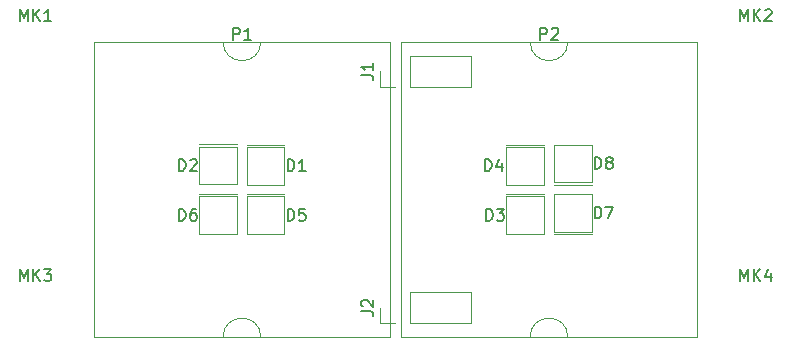
<source format=gto>
G04 #@! TF.GenerationSoftware,KiCad,Pcbnew,(5.1.0)-1*
G04 #@! TF.CreationDate,2019-09-12T18:25:11+05:30*
G04 #@! TF.ProjectId,SenseCam_SFH4715AS_rev1,53656e73-6543-4616-9d5f-534648343731,rev?*
G04 #@! TF.SameCoordinates,Original*
G04 #@! TF.FileFunction,Legend,Top*
G04 #@! TF.FilePolarity,Positive*
%FSLAX46Y46*%
G04 Gerber Fmt 4.6, Leading zero omitted, Abs format (unit mm)*
G04 Created by KiCad (PCBNEW (5.1.0)-1) date 2019-09-12 18:25:11*
%MOMM*%
%LPD*%
G04 APERTURE LIST*
%ADD10C,0.120000*%
%ADD11C,0.150000*%
G04 APERTURE END LIST*
D10*
X29900000Y-19200000D02*
X33100000Y-19200000D01*
X29900000Y-19400000D02*
X29900000Y-22600000D01*
X33100000Y-19400000D02*
X29900000Y-19400000D01*
X33100000Y-22600000D02*
X33100000Y-19400000D01*
X29900000Y-22600000D02*
X33100000Y-22600000D01*
X25900000Y-19175000D02*
X29100000Y-19175000D01*
X25900000Y-19375000D02*
X25900000Y-22575000D01*
X29100000Y-19375000D02*
X25900000Y-19375000D01*
X29100000Y-22575000D02*
X29100000Y-19375000D01*
X25900000Y-22575000D02*
X29100000Y-22575000D01*
X51900000Y-23400000D02*
X55100000Y-23400000D01*
X51900000Y-23600000D02*
X51900000Y-26800000D01*
X55100000Y-23600000D02*
X51900000Y-23600000D01*
X55100000Y-26800000D02*
X55100000Y-23600000D01*
X51900000Y-26800000D02*
X55100000Y-26800000D01*
X51900000Y-19200000D02*
X55100000Y-19200000D01*
X51900000Y-19400000D02*
X51900000Y-22600000D01*
X55100000Y-19400000D02*
X51900000Y-19400000D01*
X55100000Y-22600000D02*
X55100000Y-19400000D01*
X51900000Y-22600000D02*
X55100000Y-22600000D01*
X29900000Y-26800000D02*
X33100000Y-26800000D01*
X33100000Y-26800000D02*
X33100000Y-23600000D01*
X33100000Y-23600000D02*
X29900000Y-23600000D01*
X29900000Y-23600000D02*
X29900000Y-26800000D01*
X29900000Y-23400000D02*
X33100000Y-23400000D01*
X25900000Y-26800000D02*
X29100000Y-26800000D01*
X29100000Y-26800000D02*
X29100000Y-23600000D01*
X29100000Y-23600000D02*
X25900000Y-23600000D01*
X25900000Y-23600000D02*
X25900000Y-26800000D01*
X25900000Y-23400000D02*
X29100000Y-23400000D01*
X59100000Y-23400000D02*
X55900000Y-23400000D01*
X55900000Y-23400000D02*
X55900000Y-26600000D01*
X55900000Y-26600000D02*
X59100000Y-26600000D01*
X59100000Y-26600000D02*
X59100000Y-23400000D01*
X59100000Y-26800000D02*
X55900000Y-26800000D01*
X59100000Y-19200000D02*
X55900000Y-19200000D01*
X55900000Y-19200000D02*
X55900000Y-22400000D01*
X55900000Y-22400000D02*
X59100000Y-22400000D01*
X59100000Y-22400000D02*
X59100000Y-19200000D01*
X59100000Y-22600000D02*
X55900000Y-22600000D01*
X41170000Y-14330000D02*
X41170000Y-13000000D01*
X42500000Y-14330000D02*
X41170000Y-14330000D01*
X43770000Y-14330000D02*
X43770000Y-11670000D01*
X43770000Y-11670000D02*
X48910000Y-11670000D01*
X43770000Y-14330000D02*
X48910000Y-14330000D01*
X48910000Y-14330000D02*
X48910000Y-11670000D01*
X48910000Y-34330000D02*
X48910000Y-31670000D01*
X43770000Y-34330000D02*
X48910000Y-34330000D01*
X43770000Y-31670000D02*
X48910000Y-31670000D01*
X43770000Y-34330000D02*
X43770000Y-31670000D01*
X42500000Y-34330000D02*
X41170000Y-34330000D01*
X41170000Y-34330000D02*
X41170000Y-33000000D01*
X17000000Y-35500000D02*
X42000000Y-35500000D01*
X42000000Y-35500000D02*
X42000000Y-10500000D01*
X17000000Y-35500000D02*
X17000000Y-10500000D01*
X17000000Y-10500000D02*
X42000000Y-10500000D01*
X27900000Y-10500000D02*
G75*
G03X31100000Y-10500000I1600000J0D01*
G01*
X27900000Y-35500000D02*
G75*
G02X31100000Y-35500000I1600000J0D01*
G01*
X53900000Y-35500000D02*
G75*
G02X57100000Y-35500000I1600000J0D01*
G01*
X53900000Y-10500000D02*
G75*
G03X57100000Y-10500000I1600000J0D01*
G01*
X43000000Y-10500000D02*
X68000000Y-10500000D01*
X43000000Y-35500000D02*
X43000000Y-10500000D01*
X68000000Y-35500000D02*
X68000000Y-10500000D01*
X43000000Y-35500000D02*
X68000000Y-35500000D01*
D11*
X33361904Y-21452380D02*
X33361904Y-20452380D01*
X33600000Y-20452380D01*
X33742857Y-20500000D01*
X33838095Y-20595238D01*
X33885714Y-20690476D01*
X33933333Y-20880952D01*
X33933333Y-21023809D01*
X33885714Y-21214285D01*
X33838095Y-21309523D01*
X33742857Y-21404761D01*
X33600000Y-21452380D01*
X33361904Y-21452380D01*
X34885714Y-21452380D02*
X34314285Y-21452380D01*
X34600000Y-21452380D02*
X34600000Y-20452380D01*
X34504761Y-20595238D01*
X34409523Y-20690476D01*
X34314285Y-20738095D01*
X24161904Y-21452380D02*
X24161904Y-20452380D01*
X24400000Y-20452380D01*
X24542857Y-20500000D01*
X24638095Y-20595238D01*
X24685714Y-20690476D01*
X24733333Y-20880952D01*
X24733333Y-21023809D01*
X24685714Y-21214285D01*
X24638095Y-21309523D01*
X24542857Y-21404761D01*
X24400000Y-21452380D01*
X24161904Y-21452380D01*
X25114285Y-20547619D02*
X25161904Y-20500000D01*
X25257142Y-20452380D01*
X25495238Y-20452380D01*
X25590476Y-20500000D01*
X25638095Y-20547619D01*
X25685714Y-20642857D01*
X25685714Y-20738095D01*
X25638095Y-20880952D01*
X25066666Y-21452380D01*
X25685714Y-21452380D01*
X50161904Y-25652380D02*
X50161904Y-24652380D01*
X50400000Y-24652380D01*
X50542857Y-24700000D01*
X50638095Y-24795238D01*
X50685714Y-24890476D01*
X50733333Y-25080952D01*
X50733333Y-25223809D01*
X50685714Y-25414285D01*
X50638095Y-25509523D01*
X50542857Y-25604761D01*
X50400000Y-25652380D01*
X50161904Y-25652380D01*
X51066666Y-24652380D02*
X51685714Y-24652380D01*
X51352380Y-25033333D01*
X51495238Y-25033333D01*
X51590476Y-25080952D01*
X51638095Y-25128571D01*
X51685714Y-25223809D01*
X51685714Y-25461904D01*
X51638095Y-25557142D01*
X51590476Y-25604761D01*
X51495238Y-25652380D01*
X51209523Y-25652380D01*
X51114285Y-25604761D01*
X51066666Y-25557142D01*
X50061904Y-21452380D02*
X50061904Y-20452380D01*
X50300000Y-20452380D01*
X50442857Y-20500000D01*
X50538095Y-20595238D01*
X50585714Y-20690476D01*
X50633333Y-20880952D01*
X50633333Y-21023809D01*
X50585714Y-21214285D01*
X50538095Y-21309523D01*
X50442857Y-21404761D01*
X50300000Y-21452380D01*
X50061904Y-21452380D01*
X51490476Y-20785714D02*
X51490476Y-21452380D01*
X51252380Y-20404761D02*
X51014285Y-21119047D01*
X51633333Y-21119047D01*
X33361904Y-25652380D02*
X33361904Y-24652380D01*
X33600000Y-24652380D01*
X33742857Y-24700000D01*
X33838095Y-24795238D01*
X33885714Y-24890476D01*
X33933333Y-25080952D01*
X33933333Y-25223809D01*
X33885714Y-25414285D01*
X33838095Y-25509523D01*
X33742857Y-25604761D01*
X33600000Y-25652380D01*
X33361904Y-25652380D01*
X34838095Y-24652380D02*
X34361904Y-24652380D01*
X34314285Y-25128571D01*
X34361904Y-25080952D01*
X34457142Y-25033333D01*
X34695238Y-25033333D01*
X34790476Y-25080952D01*
X34838095Y-25128571D01*
X34885714Y-25223809D01*
X34885714Y-25461904D01*
X34838095Y-25557142D01*
X34790476Y-25604761D01*
X34695238Y-25652380D01*
X34457142Y-25652380D01*
X34361904Y-25604761D01*
X34314285Y-25557142D01*
X24161904Y-25652380D02*
X24161904Y-24652380D01*
X24400000Y-24652380D01*
X24542857Y-24700000D01*
X24638095Y-24795238D01*
X24685714Y-24890476D01*
X24733333Y-25080952D01*
X24733333Y-25223809D01*
X24685714Y-25414285D01*
X24638095Y-25509523D01*
X24542857Y-25604761D01*
X24400000Y-25652380D01*
X24161904Y-25652380D01*
X25590476Y-24652380D02*
X25400000Y-24652380D01*
X25304761Y-24700000D01*
X25257142Y-24747619D01*
X25161904Y-24890476D01*
X25114285Y-25080952D01*
X25114285Y-25461904D01*
X25161904Y-25557142D01*
X25209523Y-25604761D01*
X25304761Y-25652380D01*
X25495238Y-25652380D01*
X25590476Y-25604761D01*
X25638095Y-25557142D01*
X25685714Y-25461904D01*
X25685714Y-25223809D01*
X25638095Y-25128571D01*
X25590476Y-25080952D01*
X25495238Y-25033333D01*
X25304761Y-25033333D01*
X25209523Y-25080952D01*
X25161904Y-25128571D01*
X25114285Y-25223809D01*
X59361904Y-25452380D02*
X59361904Y-24452380D01*
X59600000Y-24452380D01*
X59742857Y-24500000D01*
X59838095Y-24595238D01*
X59885714Y-24690476D01*
X59933333Y-24880952D01*
X59933333Y-25023809D01*
X59885714Y-25214285D01*
X59838095Y-25309523D01*
X59742857Y-25404761D01*
X59600000Y-25452380D01*
X59361904Y-25452380D01*
X60266666Y-24452380D02*
X60933333Y-24452380D01*
X60504761Y-25452380D01*
X59361904Y-21252380D02*
X59361904Y-20252380D01*
X59600000Y-20252380D01*
X59742857Y-20300000D01*
X59838095Y-20395238D01*
X59885714Y-20490476D01*
X59933333Y-20680952D01*
X59933333Y-20823809D01*
X59885714Y-21014285D01*
X59838095Y-21109523D01*
X59742857Y-21204761D01*
X59600000Y-21252380D01*
X59361904Y-21252380D01*
X60504761Y-20680952D02*
X60409523Y-20633333D01*
X60361904Y-20585714D01*
X60314285Y-20490476D01*
X60314285Y-20442857D01*
X60361904Y-20347619D01*
X60409523Y-20300000D01*
X60504761Y-20252380D01*
X60695238Y-20252380D01*
X60790476Y-20300000D01*
X60838095Y-20347619D01*
X60885714Y-20442857D01*
X60885714Y-20490476D01*
X60838095Y-20585714D01*
X60790476Y-20633333D01*
X60695238Y-20680952D01*
X60504761Y-20680952D01*
X60409523Y-20728571D01*
X60361904Y-20776190D01*
X60314285Y-20871428D01*
X60314285Y-21061904D01*
X60361904Y-21157142D01*
X60409523Y-21204761D01*
X60504761Y-21252380D01*
X60695238Y-21252380D01*
X60790476Y-21204761D01*
X60838095Y-21157142D01*
X60885714Y-21061904D01*
X60885714Y-20871428D01*
X60838095Y-20776190D01*
X60790476Y-20728571D01*
X60695238Y-20680952D01*
X39622380Y-13333333D02*
X40336666Y-13333333D01*
X40479523Y-13380952D01*
X40574761Y-13476190D01*
X40622380Y-13619047D01*
X40622380Y-13714285D01*
X40622380Y-12333333D02*
X40622380Y-12904761D01*
X40622380Y-12619047D02*
X39622380Y-12619047D01*
X39765238Y-12714285D01*
X39860476Y-12809523D01*
X39908095Y-12904761D01*
X39622380Y-33333333D02*
X40336666Y-33333333D01*
X40479523Y-33380952D01*
X40574761Y-33476190D01*
X40622380Y-33619047D01*
X40622380Y-33714285D01*
X39717619Y-32904761D02*
X39670000Y-32857142D01*
X39622380Y-32761904D01*
X39622380Y-32523809D01*
X39670000Y-32428571D01*
X39717619Y-32380952D01*
X39812857Y-32333333D01*
X39908095Y-32333333D01*
X40050952Y-32380952D01*
X40622380Y-32952380D01*
X40622380Y-32333333D01*
X10690476Y-8752380D02*
X10690476Y-7752380D01*
X11023809Y-8466666D01*
X11357142Y-7752380D01*
X11357142Y-8752380D01*
X11833333Y-8752380D02*
X11833333Y-7752380D01*
X12404761Y-8752380D02*
X11976190Y-8180952D01*
X12404761Y-7752380D02*
X11833333Y-8323809D01*
X13357142Y-8752380D02*
X12785714Y-8752380D01*
X13071428Y-8752380D02*
X13071428Y-7752380D01*
X12976190Y-7895238D01*
X12880952Y-7990476D01*
X12785714Y-8038095D01*
X71690476Y-8752380D02*
X71690476Y-7752380D01*
X72023809Y-8466666D01*
X72357142Y-7752380D01*
X72357142Y-8752380D01*
X72833333Y-8752380D02*
X72833333Y-7752380D01*
X73404761Y-8752380D02*
X72976190Y-8180952D01*
X73404761Y-7752380D02*
X72833333Y-8323809D01*
X73785714Y-7847619D02*
X73833333Y-7800000D01*
X73928571Y-7752380D01*
X74166666Y-7752380D01*
X74261904Y-7800000D01*
X74309523Y-7847619D01*
X74357142Y-7942857D01*
X74357142Y-8038095D01*
X74309523Y-8180952D01*
X73738095Y-8752380D01*
X74357142Y-8752380D01*
X10690476Y-30752380D02*
X10690476Y-29752380D01*
X11023809Y-30466666D01*
X11357142Y-29752380D01*
X11357142Y-30752380D01*
X11833333Y-30752380D02*
X11833333Y-29752380D01*
X12404761Y-30752380D02*
X11976190Y-30180952D01*
X12404761Y-29752380D02*
X11833333Y-30323809D01*
X12738095Y-29752380D02*
X13357142Y-29752380D01*
X13023809Y-30133333D01*
X13166666Y-30133333D01*
X13261904Y-30180952D01*
X13309523Y-30228571D01*
X13357142Y-30323809D01*
X13357142Y-30561904D01*
X13309523Y-30657142D01*
X13261904Y-30704761D01*
X13166666Y-30752380D01*
X12880952Y-30752380D01*
X12785714Y-30704761D01*
X12738095Y-30657142D01*
X71690476Y-30752380D02*
X71690476Y-29752380D01*
X72023809Y-30466666D01*
X72357142Y-29752380D01*
X72357142Y-30752380D01*
X72833333Y-30752380D02*
X72833333Y-29752380D01*
X73404761Y-30752380D02*
X72976190Y-30180952D01*
X73404761Y-29752380D02*
X72833333Y-30323809D01*
X74261904Y-30085714D02*
X74261904Y-30752380D01*
X74023809Y-29704761D02*
X73785714Y-30419047D01*
X74404761Y-30419047D01*
X28761904Y-10327380D02*
X28761904Y-9327380D01*
X29142857Y-9327380D01*
X29238095Y-9375000D01*
X29285714Y-9422619D01*
X29333333Y-9517857D01*
X29333333Y-9660714D01*
X29285714Y-9755952D01*
X29238095Y-9803571D01*
X29142857Y-9851190D01*
X28761904Y-9851190D01*
X30285714Y-10327380D02*
X29714285Y-10327380D01*
X30000000Y-10327380D02*
X30000000Y-9327380D01*
X29904761Y-9470238D01*
X29809523Y-9565476D01*
X29714285Y-9613095D01*
X54761904Y-10327380D02*
X54761904Y-9327380D01*
X55142857Y-9327380D01*
X55238095Y-9375000D01*
X55285714Y-9422619D01*
X55333333Y-9517857D01*
X55333333Y-9660714D01*
X55285714Y-9755952D01*
X55238095Y-9803571D01*
X55142857Y-9851190D01*
X54761904Y-9851190D01*
X55714285Y-9422619D02*
X55761904Y-9375000D01*
X55857142Y-9327380D01*
X56095238Y-9327380D01*
X56190476Y-9375000D01*
X56238095Y-9422619D01*
X56285714Y-9517857D01*
X56285714Y-9613095D01*
X56238095Y-9755952D01*
X55666666Y-10327380D01*
X56285714Y-10327380D01*
M02*

</source>
